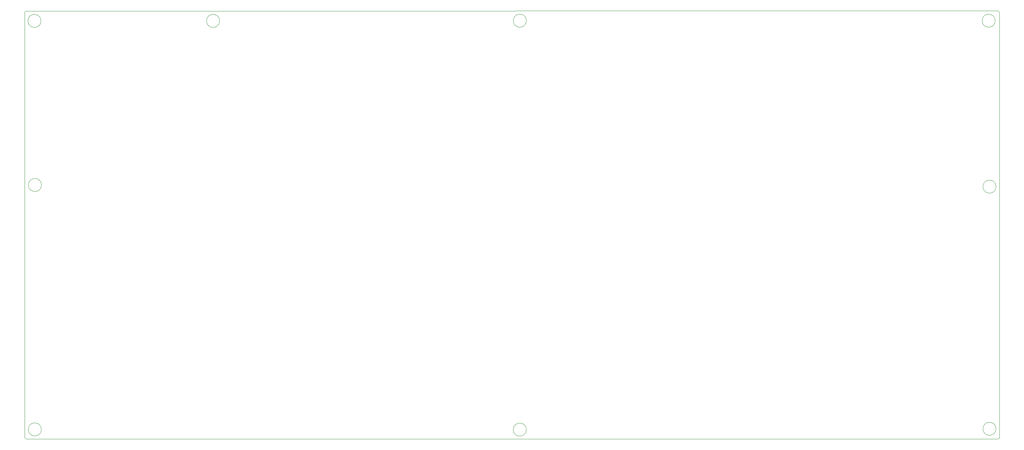
<source format=gbr>
%TF.GenerationSoftware,KiCad,Pcbnew,(7.0.0)*%
%TF.CreationDate,2024-09-06T15:26:17+09:00*%
%TF.ProjectId,rowlow52,726f776c-6f77-4353-922e-6b696361645f,rev?*%
%TF.SameCoordinates,Original*%
%TF.FileFunction,Profile,NP*%
%FSLAX46Y46*%
G04 Gerber Fmt 4.6, Leading zero omitted, Abs format (unit mm)*
G04 Created by KiCad (PCBNEW (7.0.0)) date 2024-09-06 15:26:17*
%MOMM*%
%LPD*%
G01*
G04 APERTURE LIST*
%TA.AperFunction,Profile*%
%ADD10C,0.100000*%
%TD*%
%TA.AperFunction,Profile*%
%ADD11C,0.010000*%
%TD*%
G04 APERTURE END LIST*
D10*
X282992157Y-173842157D02*
G75*
G03*
X283392157Y-173442158I43J399957D01*
G01*
X45225050Y-173431251D02*
G75*
G03*
X45625000Y-173831250I399950J-49D01*
G01*
X45625000Y-69056300D02*
G75*
G03*
X45225000Y-69456250I0J-400000D01*
G01*
X283375000Y-69425000D02*
G75*
G03*
X282975000Y-69025000I-400000J0D01*
G01*
X283374998Y-69425000D02*
X283392157Y-173442158D01*
X45625000Y-69056250D02*
X282975000Y-69025000D01*
X282992157Y-173842158D02*
X45625000Y-173831250D01*
X45225000Y-172625000D02*
X45225002Y-173431251D01*
X45225000Y-69456250D02*
X45225000Y-172625000D01*
D11*
%TO.C,Ref04*%
X49350000Y-111650000D02*
G75*
G03*
X49350000Y-111650000I-1600000J0D01*
G01*
%TO.C,Ref06*%
X49325000Y-171475000D02*
G75*
G03*
X49325000Y-171475000I-1600000J0D01*
G01*
%TO.C,Ref00*%
X49225000Y-71475000D02*
G75*
G03*
X49225000Y-71475000I-1600000J0D01*
G01*
%TO.C,Ref01*%
X92875000Y-71475000D02*
G75*
G03*
X92875000Y-71475000I-1600000J0D01*
G01*
%TO.C,Ref05*%
X282575000Y-112050000D02*
G75*
G03*
X282575000Y-112050000I-1600000J0D01*
G01*
%TO.C,Ref08*%
X282575000Y-171325000D02*
G75*
G03*
X282575000Y-171325000I-1600000J0D01*
G01*
%TO.C,Ref07*%
X167825000Y-171525000D02*
G75*
G03*
X167825000Y-171525000I-1600000J0D01*
G01*
%TO.C,Ref03*%
X282375000Y-71425000D02*
G75*
G03*
X282375000Y-71425000I-1600000J0D01*
G01*
%TO.C,Ref02*%
X167825000Y-71425000D02*
G75*
G03*
X167825000Y-71425000I-1600000J0D01*
G01*
%TD*%
M02*

</source>
